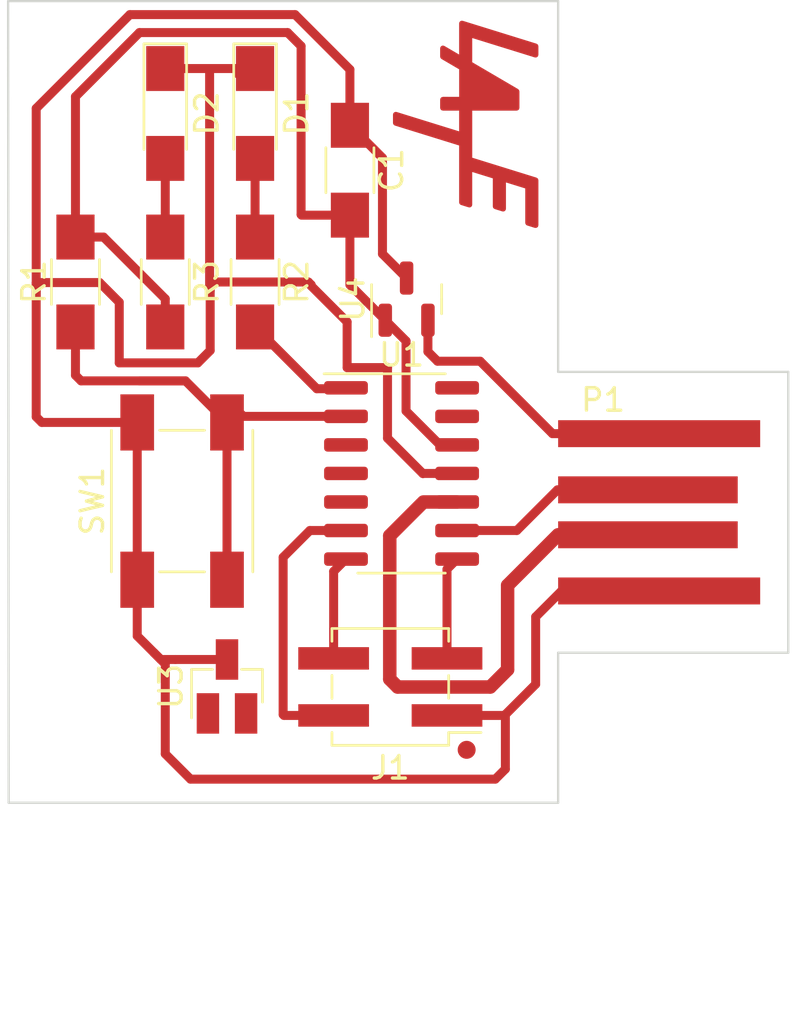
<source format=kicad_pcb>
(kicad_pcb (version 20221018) (generator pcbnew)
  (layers (0 "F.Cu" signal) (31 "B.Cu" signal) (34 "B.Paste" user) (35 "F.Paste" user) (36 "B.SilkS" user "B.Silkscreen") (37 "F.SilkS" user "F.Silkscreen") (38 "B.Mask" user) (39 "F.Mask" user) (44 "Edge.Cuts" user))
  (net 0 "")
  (net 6 "GND")
  (net 7 "VDD")
  (net 8 "Net-(D1-A)")
  (net 9 "Net-(D2-A)")
  (net 10 "RST")
  (net 11 "DI0")
  (net 12 "CLK")
  (net 13 "5V")
  (net 14 "D-")
  (net 15 "D+")
  (net 16 "BUTTON")
  (net 17 "LED")
  (footprint "Package_TO_SOT_SMD:SOT-23" (layer "F.Cu") (at 27.75 18.2625 90)
    (fp_text reference "U4" (at 0 -2.4 90) (layer "F.SilkS"))
    (fp_text value "LM3480-3.3")
    (fp_line (start 0 -1.56) (end -1.675 -1.56) (stroke (width 0.12)) (layer "F.SilkS"))
    (fp_line (start 0 -1.56) (end 0.65 -1.56) (stroke (width 0.12)) (layer "F.SilkS"))
    (fp_line (start 0 1.56) (end -0.65 1.56) (stroke (width 0.12)) (layer "F.SilkS"))
    (fp_line (start 0 1.56) (end 0.65 1.56) (stroke (width 0.12)) (layer "F.SilkS"))
    (pad "1" smd roundrect (at -0.9375 -0.95 90) (size 1.475 0.6) (layers "F.Cu" "F.Paste" "F.Mask") (net 7 "VDD"))
    (pad "2" smd roundrect (at -0.9375 0.95 90) (size 1.475 0.6) (layers "F.Cu" "F.Paste" "F.Mask") (net 13 "5V"))
    (pad "3" smd roundrect (at 0.9375 0 90) (size 1.475 0.6) (layers "F.Cu" "F.Paste" "F.Mask") (net 6 "GND"))
  )
  (footprint "fab:R_1206" (layer "F.Cu") (at 17 17.5 -90)
    (fp_text reference "R3" (at 0 -1.85 90) (layer "F.SilkS"))
    (fp_text value "330 Ohm")
    (fp_line (start -1 -1.07) (end 1 -1.07) (stroke (width 0.12)) (layer "F.SilkS"))
    (fp_line (start 1 1.07) (end -1 1.07) (stroke (width 0.12)) (layer "F.SilkS"))
    (pad "1" smd rect (at -2 0 270) (size 2 1.7) (layers "F.Cu" "F.Paste" "F.Mask") (net 9 "Net-(D2-A)"))
    (pad "2" smd rect (at 2 0 270) (size 2 1.7) (layers "F.Cu" "F.Paste" "F.Mask") (net 7 "VDD"))
  )
  (footprint "fab:R_1206" (layer "F.Cu") (at 21 17.5 -90)
    (fp_text reference "R2" (at 0 -1.85 90) (layer "F.SilkS"))
    (fp_text value "330 Ohm")
    (fp_line (start -1 -1.07) (end 1 -1.07) (stroke (width 0.12)) (layer "F.SilkS"))
    (fp_line (start 1 1.07) (end -1 1.07) (stroke (width 0.12)) (layer "F.SilkS"))
    (pad "1" smd rect (at -2 0 270) (size 2 1.7) (layers "F.Cu" "F.Paste" "F.Mask") (net 8 "Net-(D1-A)"))
    (pad "2" smd rect (at 2 0 270) (size 2 1.7) (layers "F.Cu" "F.Paste" "F.Mask") (net 17 "LED"))
  )
  (footprint "fab:Button_Omron_B3SN_6.0x6.0mm" (layer "F.Cu") (at 17.75 27.25 90)
    (fp_text reference "SW1" (at 0 -4 90) (layer "F.SilkS"))
    (fp_text value "Button_Omron_B3SN_6.0x6.0mm")
    (fp_line (start -3.15 -3.15) (end 3.15 -3.15) (stroke (width 0.12)) (layer "F.SilkS"))
    (fp_line (start -3.15 1) (end -3.15 -1) (stroke (width 0.12)) (layer "F.SilkS"))
    (fp_line (start 3.15 -1) (end 3.15 1) (stroke (width 0.12)) (layer "F.SilkS"))
    (fp_line (start 3.15 3.15) (end -3.15 3.15) (stroke (width 0.12)) (layer "F.SilkS"))
    (pad "1" smd rect (at -3.5 -2 90) (size 2.5 1.5) (layers "F.Cu" "F.Paste" "F.Mask") (net 6 "GND"))
    (pad "1" smd rect (at 3.5 -2 90) (size 2.5 1.5) (layers "F.Cu" "F.Paste" "F.Mask") (net 6 "GND"))
    (pad "2" smd rect (at -3.5 2 90) (size 2.5 1.5) (layers "F.Cu" "F.Paste" "F.Mask") (net 16 "BUTTON"))
    (pad "2" smd rect (at 3.5 2 90) (size 2.5 1.5) (layers "F.Cu" "F.Paste" "F.Mask") (net 16 "BUTTON"))
  )
  (footprint "fab:C_1206" (layer "F.Cu") (at 25.225 12.525 -90)
    (fp_text reference "C1" (at 0 -1.85 90) (layer "F.SilkS"))
    (fp_text value "C_1206")
    (fp_line (start -1 -1.07) (end 1 -1.07) (stroke (width 0.12)) (layer "F.SilkS"))
    (fp_line (start 1 1.07) (end -1 1.07) (stroke (width 0.12)) (layer "F.SilkS"))
    (pad "1" smd rect (at -2 0 270) (size 2 1.7) (layers "F.Cu" "F.Paste" "F.Mask") (net 6 "GND"))
    (pad "2" smd rect (at 2 0 270) (size 2 1.7) (layers "F.Cu" "F.Paste" "F.Mask") (net 7 "VDD"))
  )
  (footprint "" (layer "F.Cu") (at 13.325 36.3)
    (fp_text reference "" (at 0 0) (layer "F.SilkS") (effects (font (size 1.27 1.27))))
    (fp_text value "" (at 0 0) (layer "F.SilkS") (effects (font (size 1.27 1.27))))
    (pad "" np_thru_hole circle (at 0 0) (size 2.1 2.1) (drill 2.1) (layers "*.Cu" "*.Mask"))
  )
  (footprint "fab:Conn_USB_A_Plain" (layer "F.Cu") (at 39 27.75)
    (fp_text reference "P1" (at -2.5 -5 unlocked) (layer "F.SilkS"))
    (fp_text value "Conn_USB_A_Plain")
    (pad "1" smd rect (at 0 -3.5) (size 9 1.2) (layers "F.Cu" "F.Paste" "F.Mask") (net 13 "5V"))
    (pad "2" smd rect (at -0.5 -1) (size 8 1.2) (layers "F.Cu" "F.Paste" "F.Mask") (net 14 "D-"))
    (pad "3" smd rect (at -0.5 1) (size 8 1.2) (layers "F.Cu" "F.Paste" "F.Mask") (net 15 "D+"))
    (pad "4" smd rect (at 0 3.5) (size 9 1.2) (layers "F.Cu" "F.Paste" "F.Mask") (net 6 "GND"))
  )
  (footprint "Package_SO:SOIC-14_3.9x8.7mm_P1.27mm" (layer "F.Cu") (at 27.525 26.02)
    (fp_text reference "U1" (at 0 -5.28) (layer "F.SilkS"))
    (fp_text value "ATSAMD11C14A-SS")
    (fp_line (start 0 -4.435) (end -3.45 -4.435) (stroke (width 0.12)) (layer "F.SilkS"))
    (fp_line (start 0 -4.435) (end 1.95 -4.435) (stroke (width 0.12)) (layer "F.SilkS"))
    (fp_line (start 0 4.435) (end -1.95 4.435) (stroke (width 0.12)) (layer "F.SilkS"))
    (fp_line (start 0 4.435) (end 1.95 4.435) (stroke (width 0.12)) (layer "F.SilkS"))
    (pad "1" smd roundrect (at -2.475 -3.81) (size 1.95 0.6) (layers "F.Cu" "F.Paste" "F.Mask") (net 17 "LED"))
    (pad "2" smd roundrect (at -2.475 -2.54) (size 1.95 0.6) (layers "F.Cu" "F.Paste" "F.Mask") (net 16 "BUTTON"))
    (pad "3" smd roundrect (at -2.475 -1.27) (size 1.95 0.6) (layers "F.Cu" "F.Paste" "F.Mask"))
    (pad "4" smd roundrect (at -2.475 0) (size 1.95 0.6) (layers "F.Cu" "F.Paste" "F.Mask"))
    (pad "5" smd roundrect (at -2.475 1.27) (size 1.95 0.6) (layers "F.Cu" "F.Paste" "F.Mask"))
    (pad "6" smd roundrect (at -2.475 2.54) (size 1.95 0.6) (layers "F.Cu" "F.Paste" "F.Mask") (net 10 "RST"))
    (pad "7" smd roundrect (at -2.475 3.81) (size 1.95 0.6) (layers "F.Cu" "F.Paste" "F.Mask") (net 12 "CLK"))
    (pad "8" smd roundrect (at 2.475 3.81) (size 1.95 0.6) (layers "F.Cu" "F.Paste" "F.Mask") (net 11 "DI0"))
    (pad "9" smd roundrect (at 2.475 2.54) (size 1.95 0.6) (layers "F.Cu" "F.Paste" "F.Mask") (net 14 "D-"))
    (pad "10" smd roundrect (at 2.475 1.27) (size 1.95 0.6) (layers "F.Cu" "F.Paste" "F.Mask") (net 15 "D+"))
    (pad "11" smd roundrect (at 2.475 0) (size 1.95 0.6) (layers "F.Cu" "F.Paste" "F.Mask") (net 6 "GND"))
    (pad "12" smd roundrect (at 2.475 -1.27) (size 1.95 0.6) (layers "F.Cu" "F.Paste" "F.Mask") (net 7 "VDD"))
    (pad "13" smd roundrect (at 2.475 -2.54) (size 1.95 0.6) (layers "F.Cu" "F.Paste" "F.Mask"))
    (pad "14" smd roundrect (at 2.475 -3.81) (size 1.95 0.6) (layers "F.Cu" "F.Paste" "F.Mask"))
  )
  (footprint "fab:PinHeader_2x02_P2.54mm_Vertical_SMD" (layer "F.Cu") (at 27.025 35.52 180)
    (fp_text reference "J1" (at 0 -3.6) (layer "F.SilkS"))
    (fp_text value "Conn_PinHeader_2x02_P2.54mm_Vertical_SMD")
    (fp_circle (center -3.4 -2.8) (end -3.1 -2.8) (stroke (width 0.2)) (fill solid) (layer "F.Cu"))
    (fp_line (start -4.04 -2.03) (end -2.6 -2.03) (stroke (width 0.12)) (layer "F.SilkS"))
    (fp_line (start -2.6 -2.6) (end -2.6 -2.03) (stroke (width 0.12)) (layer "F.SilkS"))
    (fp_line (start -2.6 -2.6) (end 2.6 -2.6) (stroke (width 0.12)) (layer "F.SilkS"))
    (fp_line (start -2.6 -0.51) (end -2.6 0.51) (stroke (width 0.12)) (layer "F.SilkS"))
    (fp_line (start -2.6 2.03) (end -2.6 2.6) (stroke (width 0.12)) (layer "F.SilkS"))
    (fp_line (start -2.6 2.6) (end 2.6 2.6) (stroke (width 0.12)) (layer "F.SilkS"))
    (fp_line (start 2.6 -2.6) (end 2.6 -2.03) (stroke (width 0.12)) (layer "F.SilkS"))
    (fp_line (start 2.6 -0.51) (end 2.6 0.51) (stroke (width 0.12)) (layer "F.SilkS"))
    (fp_line (start 2.6 2.03) (end 2.6 2.6) (stroke (width 0.12)) (layer "F.SilkS"))
    (pad "1" smd rect (at -2.525 -1.27 180) (size 3.15 1) (layers "F.Cu" "F.Paste" "F.Mask") (net 6 "GND"))
    (pad "2" smd rect (at 2.525 -1.27 180) (size 3.15 1) (layers "F.Cu" "F.Paste" "F.Mask") (net 10 "RST"))
    (pad "3" smd rect (at -2.525 1.27 180) (size 3.15 1) (layers "F.Cu" "F.Paste" "F.Mask") (net 11 "DI0"))
    (pad "4" smd rect (at 2.525 1.27 180) (size 3.15 1) (layers "F.Cu" "F.Paste" "F.Mask") (net 12 "CLK"))
  )
  (footprint "fab:LED_1206" (layer "F.Cu") (at 21 10 -90)
    (fp_text reference "D1" (at 0 -1.85 90) (layer "F.SilkS"))
    (fp_text value "LED_1206")
    (fp_line (start -3.1 -0.95) (end -3.1 0.95) (stroke (width 0.12)) (layer "F.SilkS"))
    (fp_line (start -3.1 -0.95) (end 1.6 -0.95) (stroke (width 0.12)) (layer "F.SilkS"))
    (fp_line (start -3.1 0.95) (end 1.6 0.95) (stroke (width 0.12)) (layer "F.SilkS"))
    (pad "1" smd rect (at -2 0 270) (size 2 1.7) (layers "F.Cu" "F.Paste" "F.Mask") (net 6 "GND"))
    (pad "2" smd rect (at 2 0 270) (size 2 1.7) (layers "F.Cu" "F.Paste" "F.Mask") (net 8 "Net-(D1-A)"))
  )
  (footprint "Ronan User:pad" (layer "F.Cu") (at 31.825 17.45)
    (fp_text reference "REF**" hide)
    (fp_text value "pad" hide)
    (pad "" np_thru_hole circle (at 0 0) (size 2.1 2.1) (drill 2.1) (layers "F&B.Cu" "*.Mask"))
  )
  (footprint "fab:SOT-23" (layer "F.Cu") (at 19.75 35.5 90)
    (fp_text reference "U3" (at 0 -2.5 90) (layer "F.SilkS"))
    (fp_text value "Regulator_Linear_LM3480-3.3V-100mA")
    (fp_line (start 0.76 -1.58) (end -1.4 -1.58) (stroke (width 0.12)) (layer "F.SilkS"))
    (fp_line (start 0.76 -1.58) (end 0.76 -0.65) (stroke (width 0.12)) (layer "F.SilkS"))
    (fp_line (start 0.76 1.58) (end -0.7 1.58) (stroke (width 0.12)) (layer "F.SilkS"))
    (fp_line (start 0.76 1.58) (end 0.76 0.65) (stroke (width 0.12)) (layer "F.SilkS"))
    (pad "1" smd rect (at -1.2 -0.85 90) (size 1.8 1) (layers "F.Cu" "F.Paste" "F.Mask"))
    (pad "2" smd rect (at -1.2 0.85 90) (size 1.8 1) (layers "F.Cu" "F.Paste" "F.Mask"))
    (pad "3" smd rect (at 1.2 0 90) (size 1.8 1) (layers "F.Cu" "F.Paste" "F.Mask") (net 6 "GND"))
  )
  (footprint "fab:R_1206" (layer "F.Cu") (at 13 17.5 90)
    (fp_text reference "R1" (at 0 -1.85 90) (layer "F.SilkS"))
    (fp_text value "R_1206")
    (fp_line (start -1 -1.07) (end 1 -1.07) (stroke (width 0.12)) (layer "F.SilkS"))
    (fp_line (start 1 1.07) (end -1 1.07) (stroke (width 0.12)) (layer "F.SilkS"))
    (pad "1" smd rect (at -2 0 90) (size 2 1.7) (layers "F.Cu" "F.Paste" "F.Mask") (net 16 "BUTTON"))
    (pad "2" smd rect (at 2 0 90) (size 2 1.7) (layers "F.Cu" "F.Paste" "F.Mask") (net 7 "VDD"))
  )
  (footprint "fab:LED_1206" (layer "F.Cu") (at 17 10 -90)
    (fp_text reference "D2" (at 0 -1.85 90) (layer "F.SilkS"))
    (fp_text value "LED_1206")
    (fp_line (start -3.1 -0.95) (end -3.1 0.95) (stroke (width 0.12)) (layer "F.SilkS"))
    (fp_line (start -3.1 -0.95) (end 1.6 -0.95) (stroke (width 0.12)) (layer "F.SilkS"))
    (fp_line (start -3.1 0.95) (end 1.6 0.95) (stroke (width 0.12)) (layer "F.SilkS"))
    (pad "1" smd rect (at -2 0 270) (size 2 1.7) (layers "F.Cu" "F.Paste" "F.Mask") (net 6 "GND"))
    (pad "2" smd rect (at 2 0 270) (size 2 1.7) (layers "F.Cu" "F.Paste" "F.Mask") (net 9 "Net-(D2-A)"))
  )
  (gr_line (start 44.75 34) (end 44.75 21.5) (stroke (width 0.1)) (layer "Edge.Cuts"))
  (gr_line (start 10 5) (end 10.025 40.675) (stroke (width 0.1)) (layer "Edge.Cuts"))
  (gr_line (start 34.5 34) (end 44.75 34) (stroke (width 0.1)) (layer "Edge.Cuts"))
  (gr_line (start 34.5 40.675) (end 34.5 34) (stroke (width 0.1)) (layer "Edge.Cuts"))
  (gr_line (start 10.025 40.675) (end 34.5 40.675) (stroke (width 0.1)) (layer "Edge.Cuts"))
  (gr_line (start 44.75 21.5) (end 34.5 21.5) (stroke (width 0.1)) (layer "Edge.Cuts"))
  (gr_line (start 34.5 21.5) (end 34.5 5) (stroke (width 0.1)) (layer "Edge.Cuts"))
  (gr_line (start 34.5 5) (end 10 5) (stroke (width 0.1)) (layer "Edge.Cuts"))
  (segment (start 16.8 34.3) (end 16.5 34) (width 0.4) (layer "F.Cu") (net 6))
  (segment (start 28.48 26.02) (end 30 26.02) (width 0.4) (layer "F.Cu") (net 6))
  (segment (start 29.55 36.79) (end 32.11 36.79) (width 0.4) (layer "F.Cu") (net 6))
  (segment (start 25.225 10.525) (end 26.675 11.975) (width 0.4) (layer "F.Cu") (net 6))
  (segment (start 30 26.02) (end 30.23 26.02) (width 0.4) (layer "F.Cu") (net 6))
  (segment (start 11.25 9.775) (end 11.25 18.25) (width 0.4) (layer "F.Cu") (net 6))
  (segment (start 26.9 24.45) (end 28.475 26.025) (width 0.4) (layer "F.Cu") (net 6))
  (segment (start 29.55 36.79) (end 29.71 36.79) (width 0.4) (layer "F.Cu") (net 6))
  (segment (start 26.9 21.3) (end 26.9 24.45) (width 0.4) (layer "F.Cu") (net 6))
  (segment (start 32.15 39.175925) (end 32.15 36.75) (width 0.4) (layer "F.Cu") (net 6))
  (segment (start 25.1 19.275) (end 23.5 17.675) (width 0.4) (layer "F.Cu") (net 6))
  (segment (start 16.5 34) (end 17 34.5) (width 0.4) (layer "F.Cu") (net 6))
  (segment (start 18.975 8) (end 17 8) (width 0.4) (layer "F.Cu") (net 6))
  (segment (start 26.89 21.31) (end 26.9 21.3) (width 0.4) (layer "F.Cu") (net 6))
  (segment (start 26.675 11.975) (end 26.675 16.25) (width 0.4) (layer "F.Cu") (net 6))
  (segment (start 11.25 18.25) (end 11.25 23.5) (width 0.4) (layer "F.Cu") (net 6))
  (segment (start 33.5 35.4) (end 33.5 32.401472) (width 0.4) (layer "F.Cu") (net 6))
  (segment (start 26.675 16.25) (end 27.75 17.325) (width 0.4) (layer "F.Cu") (net 6))
  (segment (start 18.45 21.1) (end 14.95 21.1) (width 0.4) (layer "F.Cu") (net 6))
  (segment (start 14.075 17.525) (end 11.25 17.525) (width 0.4) (layer "F.Cu") (net 6))
  (segment (start 19.75 34.3) (end 17.45 34.3) (width 0.4) (layer "F.Cu") (net 6))
  (segment (start 14.95 18.4) (end 14.075 17.525) (width 0.4) (layer "F.Cu") (net 6))
  (segment (start 18.975 17.875) (end 19 17.9) (width 0.4) (layer "F.Cu") (net 6))
  (segment (start 18.975 8) (end 18.975 17.875) (width 0.4) (layer "F.Cu") (net 6))
  (segment (start 33.5 32.401472) (end 34.651472 31.25) (width 0.4) (layer "F.Cu") (net 6))
  (segment (start 11.25 23.5) (end 11.5 23.75) (width 0.4) (layer "F.Cu") (net 6))
  (segment (start 19 17.9) (end 19 20.55) (width 0.4) (layer "F.Cu") (net 6))
  (segment (start 30.23 26.02) (end 30.25 26) (width 0.4) (layer "F.Cu") (net 6))
  (segment (start 31.700925 39.625) (end 32.15 39.175925) (width 0.4) (layer "F.Cu") (net 6))
  (segment (start 11.25 17.525) (end 11.25 18.25) (width 0.4) (layer "F.Cu") (net 6))
  (segment (start 29.71 36.79) (end 29.75 36.75) (width 0.4) (layer "F.Cu") (net 6))
  (segment (start 15.75 30.75) (end 15.75 23.75) (width 0.4) (layer "F.Cu") (net 6))
  (segment (start 17.45 34.3) (end 16.8 34.3) (width 0.4) (layer "F.Cu") (net 6))
  (segment (start 15.425 5.6) (end 11.25 9.775) (width 0.4) (layer "F.Cu") (net 6))
  (segment (start 19 17.5) (end 19 17.9) (width 0.4) (layer "F.Cu") (net 6))
  (segment (start 23.375 17.5) (end 19 17.5) (width 0.4) (layer "F.Cu") (net 6))
  (segment (start 17 34.5) (end 17 38.5) (width 0.4) (layer "F.Cu") (net 6))
  (segment (start 25.1 19.275) (end 25.1 21.31) (width 0.4) (layer "F.Cu") (net 6))
  (segment (start 23.5 17.675) (end 23.5 17.625) (width 0.4) (layer "F.Cu") (net 6))
  (segment (start 19 20.55) (end 18.45 21.1) (width 0.4) (layer "F.Cu") (net 6))
  (segment (start 25.225 8.043629) (end 22.781371 5.6) (width 0.4) (layer "F.Cu") (net 6))
  (segment (start 25.225 10.525) (end 25.225 8.043629) (width 0.4) (layer "F.Cu") (net 6))
  (segment (start 20.25 8) (end 18.975 8) (width 0.4) (layer "F.Cu") (net 6))
  (segment (start 23.5 17.625) (end 23.375 17.5) (width 0.4) (layer "F.Cu") (net 6))
  (segment (start 22.781371 5.6) (end 15.425 5.6) (width 0.4) (layer "F.Cu") (net 6))
  (segment (start 20.25 8) (end 20.5 7.75) (width 0.4) (layer "F.Cu") (net 6))
  (segment (start 17 38.5) (end 18.125 39.625) (width 0.4) (layer "F.Cu") (net 6))
  (segment (start 15.75 30.75) (end 15.75 33.25) (width 0.4) (layer "F.Cu") (net 6))
  (segment (start 20.25 8) (end 20.25 8.25) (width 0.4) (layer "F.Cu") (net 6))
  (segment (start 28.475 26.025) (end 28.48 26.02) (width 0.4) (layer "F.Cu") (net 6))
  (segment (start 11.5 23.75) (end 15.75 23.75) (width 0.4) (layer "F.Cu") (net 6))
  (segment (start 14.95 21.1) (end 14.95 18.4) (width 0.4) (layer "F.Cu") (net 6))
  (segment (start 15.75 33.25) (end 16.5 34) (width 0.4) (layer "F.Cu") (net 6))
  (segment (start 25.1 21.31) (end 26.89 21.31) (width 0.4) (layer "F.Cu") (net 6))
  (segment (start 32.15 36.75) (end 33.5 35.4) (width 0.4) (layer "F.Cu") (net 6))
  (segment (start 34.651472 31.25) (end 37.5 31.25) (width 0.4) (layer "F.Cu") (net 6))
  (segment (start 32.11 36.79) (end 32.15 36.75) (width 0.4) (layer "F.Cu") (net 6))
  (segment (start 18.125 39.625) (end 31.700925 39.625) (width 0.4) (layer "F.Cu") (net 6))
  (segment (start 27.725 20.125) (end 27.725 23.24066) (width 0.4) (layer "F.Cu") (net 7))
  (segment (start 22.45 6.4) (end 15.85 6.4) (width 0.4) (layer "F.Cu") (net 7))
  (segment (start 13.45 15.5) (end 13.5 15.5) (width 0.4) (layer "F.Cu") (net 7))
  (segment (start 26.8 19.2) (end 27.725 20.125) (width 0.4) (layer "F.Cu") (net 7))
  (segment (start 13 9.25) (end 13 15.5) (width 0.4) (layer "F.Cu") (net 7))
  (segment (start 23.075 14.525) (end 25.225 14.525) (width 0.4) (layer "F.Cu") (net 7))
  (segment (start 25.225 14.525) (end 25.225 17.625) (width 0.4) (layer "F.Cu") (net 7))
  (segment (start 17 18.25) (end 17 19.5) (width 0.4) (layer "F.Cu") (net 7))
  (segment (start 13.5 15.5) (end 13.5 16) (width 0.4) (layer "F.Cu") (net 7))
  (segment (start 27.725 23.24066) (end 29.23434 24.75) (width 0.4) (layer "F.Cu") (net 7))
  (segment (start 13 15.5) (end 14.25 15.5) (width 0.4) (layer "F.Cu") (net 7))
  (segment (start 25.225 17.625) (end 26.8 19.2) (width 0.4) (layer "F.Cu") (net 7))
  (segment (start 15.85 6.4) (end 13 9.25) (width 0.4) (layer "F.Cu") (net 7))
  (segment (start 22.45 6.4) (end 23.05 7) (width 0.4) (layer "F.Cu") (net 7))
  (segment (start 23.05 14.5) (end 23.075 14.525) (width 0.4) (layer "F.Cu") (net 7))
  (segment (start 14.25 15.5) (end 17 18.25) (width 0.4) (layer "F.Cu") (net 7))
  (segment (start 29.23434 24.75) (end 30 24.75) (width 0.4) (layer "F.Cu") (net 7))
  (segment (start 23.05 7) (end 23.05 14.5) (width 0.4) (layer "F.Cu") (net 7))
  (segment (start 17 19.5) (end 17.25 19.75) (width 0.4) (layer "F.Cu") (net 7))
  (segment (start 21 12) (end 21 15.5) (width 0.4) (layer "F.Cu") (net 8))
  (segment (start 17 12) (end 17 15.5) (width 0.4) (layer "F.Cu") (net 9))
  (segment (start 22.29 36.79) (end 24.5 36.79) (width 0.4) (layer "F.Cu") (net 10))
  (segment (start 25.05 28.56) (end 23.44 28.56) (width 0.4) (layer "F.Cu") (net 10))
  (segment (start 23.44 28.56) (end 22.25 29.75) (width 0.4) (layer "F.Cu") (net 10))
  (segment (start 22.25 29.75) (end 22.25 36.75) (width 0.4) (layer "F.Cu") (net 10))
  (segment (start 24.5 36.79) (end 24.96 36.79) (width 0.4) (layer "F.Cu") (net 10))
  (segment (start 22.25 36.75) (end 22.29 36.79) (width 0.4) (layer "F.Cu") (net 10))
  (segment (start 25.426751 28.56) (end 25.05 28.56) (width 0.4) (layer "F.Cu") (net 10))
  (segment (start 29.55 30.28) (end 29.55 34.25) (width 0.4) (layer "F.Cu") (net 11))
  (segment (start 29.55 34.25) (end 29.75 34.25) (width 0.4) (layer "F.Cu") (net 11))
  (segment (start 30 29.83) (end 29.55 30.28) (width 0.4) (layer "F.Cu") (net 11))
  (segment (start 30 29.83) (end 30 29.75) (width 0.4) (layer "F.Cu") (net 11))
  (segment (start 24.5 30.38) (end 25.05 29.83) (width 0.4) (layer "F.Cu") (net 12))
  (segment (start 24.5 34.25) (end 24.5 30.38) (width 0.4) (layer "F.Cu") (net 12))
  (segment (start 28.7 19.2) (end 28.7 20.6) (width 0.4) (layer "F.Cu") (net 13))
  (segment (start 31.025 21.025) (end 34.25 24.25) (width 0.4) (layer "F.Cu") (net 13))
  (segment (start 28.7 20.6) (end 29.125 21.025) (width 0.4) (layer "F.Cu") (net 13))
  (segment (start 34.25 24.25) (end 39 24.25) (width 0.4) (layer "F.Cu") (net 13))
  (segment (start 29.125 21.025) (end 31.025 21.025) (width 0.4) (layer "F.Cu") (net 13))
  (segment (start 36.94 26.69) (end 37 26.75) (width 0.4) (layer "F.Cu") (net 14))
  (segment (start 30 28.56) (end 30 28.5) (width 0.4) (layer "F.Cu") (net 14))
  (segment (start 30 28.56) (end 29.658604 28.56) (width 0.4) (layer "F.Cu") (net 14))
  (segment (start 34.468629 26.75) (end 38.5 26.75) (width 0.4) (layer "F.Cu") (net 14))
  (segment (start 29.658604 28.56) (end 29.598604 28.5) (width 0.4) (layer "F.Cu") (net 14))
  (segment (start 32.658629 28.56) (end 34.468629 26.75) (width 0.4) (layer "F.Cu") (net 14))
  (segment (start 30 28.56) (end 32.658629 28.56) (width 0.4) (layer "F.Cu") (net 14))
  (segment (start 30 28.5) (end 29.598604 28.5) (width 0.4) (layer "F.Cu") (net 14))
  (segment (start 32.25 31) (end 32.25 34.75) (width 0.6) (layer "F.Cu") (net 15))
  (segment (start 27.35 35.525) (end 27 35.175) (width 0.6) (layer "F.Cu") (net 15))
  (segment (start 30 27.29) (end 30.21 27.29) (width 0.4) (layer "F.Cu") (net 15))
  (segment (start 32.25 34.75) (end 31.475 35.525) (width 0.6) (layer "F.Cu") (net 15))
  (segment (start 30 27.29) (end 29.96 27.25) (width 0.4) (layer "F.Cu") (net 15))
  (segment (start 38.5 28.75) (end 34.5 28.75) (width 0.4) (layer "F.Cu") (net 15))
  (segment (start 31.475 35.525) (end 27.35 35.525) (width 0.6) (layer "F.Cu") (net 15))
  (segment (start 34.5 28.75) (end 32.25 31) (width 0.6) (layer "F.Cu") (net 15))
  (segment (start 30.21 27.29) (end 30.25 27.25) (width 0.4) (layer "F.Cu") (net 15))
  (segment (start 28.5 27.29) (end 30 27.29) (width 0.6) (layer "F.Cu") (net 15))
  (segment (start 28.425 27.365) (end 28.5 27.29) (width 0.4) (layer "F.Cu") (net 15))
  (segment (start 27 35.175) (end 27 28.79) (width 0.6) (layer "F.Cu") (net 15))
  (segment (start 27 28.79) (end 28.425 27.365) (width 0.6) (layer "F.Cu") (net 15))
  (segment (start 13 21.65) (end 13.25 21.9) (width 0.4) (layer "F.Cu") (net 16))
  (segment (start 15.85 21.9) (end 17.9 21.9) (width 0.4) (layer "F.Cu") (net 16))
  (segment (start 13 19.5) (end 13 21.65) (width 0.4) (layer "F.Cu") (net 16))
  (segment (start 19.75 22.75) (end 20.48 23.48) (width 0.4) (layer "F.Cu") (net 16))
  (segment (start 19.75 30.75) (end 19.75 23.75) (width 0.4) (layer "F.Cu") (net 16))
  (segment (start 17.9 21.9) (end 19.75 23.75) (width 0.4) (layer "F.Cu") (net 16))
  (segment (start 20.48 23.48) (end 25.05 23.48) (width 0.4) (layer "F.Cu") (net 16))
  (segment (start 13.25 21.9) (end 17.9 21.9) (width 0.4) (layer "F.Cu") (net 16))
  (segment (start 25.05 22.21) (end 25.04 22.21) (width 0.4) (layer "F.Cu") (net 17))
  (segment (start 25.04 22.21) (end 25 22.25) (width 0.4) (layer "F.Cu") (net 17))
  (segment (start 25 22.25) (end 23.75 22.25) (width 0.4) (layer "F.Cu") (net 17))
  (segment (start 23.75 22.25) (end 21 19.5) (width 0.4) (layer "F.Cu") (net 17))
  (zone (net 0) (net_name "") (layer "F.Cu") (connect_pads (clearance 0.5)) (min_thickness 0.25) (fill yes (thermal_gap 0.5) (thermal_bridge_width 0.5) (island_removal_mode 1) (island_area_min 10))
    (polygon (pts (xy 30.674192 6.643236) (xy 30.674192 7.720087) (xy 32.776211 8.949562) (xy 32.776211 9.874596) (xy 30.675 9.875) (xy 30.675 11.968541) (xy 33.6213 12.881865) (xy 33.6213 15.141354) (xy 33.036239 14.959659) (xy 33.036239 13.336549) (xy 32.175405 13.069618) (xy 32.175405 14.409322) (xy 31.590342 14.22803) (xy 31.590342 12.888326) (xy 30.674192 12.604476) (xy 30.674192 14.227626) (xy 30.089131 14.046334) (xy 30.089536 11.425472) (xy 27.142834 10.512147) (xy 27.142834 9.882671) (xy 30.089536 10.795996) (xy 30.089131 9.873789) (xy 29.244042 9.874596) (xy 29.244042 9.259253) (xy 30.090342 9.259657) (xy 30.090342 8.035027) (xy 29.244042 7.54041) (xy 29.244042 6.883479) (xy 30.089131 7.377692) (xy 30.089131 5.825201) (xy 33.6213 6.920222) (xy 33.6213 7.556561)))
  )
)
</source>
